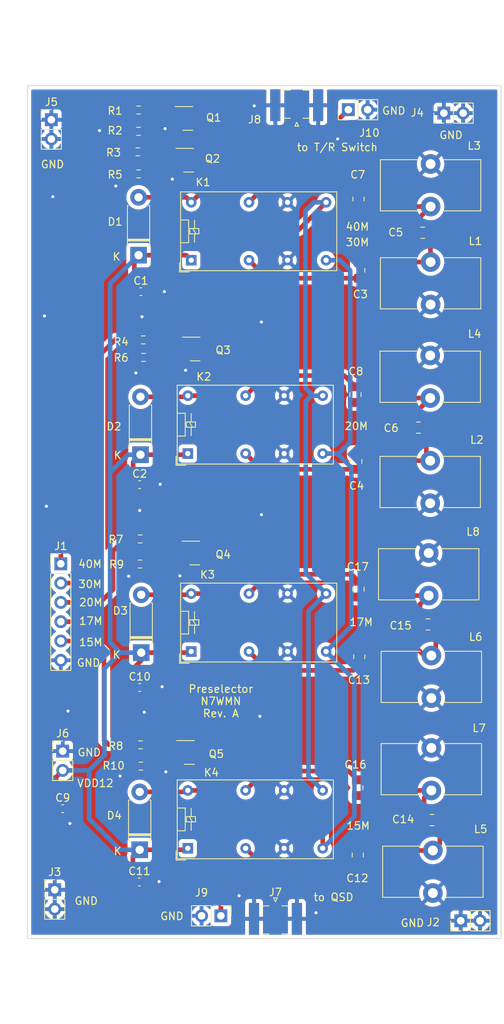
<source format=kicad_pcb>
(kicad_pcb (version 20211014) (generator pcbnew)
  (layers (0 "F.Cu" signal) (31 "B.Cu" signal) (34 "B.Paste" user) (35 "F.Paste" user) (36 "B.SilkS" user "B.Silkscreen") (37 "F.SilkS" user "F.Silkscreen") (38 "B.Mask" user) (39 "F.Mask" user) (44 "Edge.Cuts" user))
  (net 0 "")
  (net 1 "/VDD12")
  (net 2 "GND")
  (net 3 "Net-(C3-Pad1)")
  (net 4 "Net-(C3-Pad2)")
  (net 5 "Net-(C4-Pad1)")
  (net 6 "Net-(C4-Pad2)")
  (net 7 "Net-(C5-Pad1)")
  (net 8 "Net-(C6-Pad1)")
  (net 9 "Net-(C7-Pad1)")
  (net 10 "Net-(C8-Pad1)")
  (net 11 "Net-(C12-Pad1)")
  (net 12 "Net-(C12-Pad2)")
  (net 13 "Net-(C13-Pad1)")
  (net 14 "Net-(C13-Pad2)")
  (net 15 "Net-(C14-Pad1)")
  (net 16 "Net-(C15-Pad1)")
  (net 17 "Net-(C16-Pad1)")
  (net 18 "Net-(C17-Pad1)")
  (net 19 "Net-(D1-Pad2)")
  (net 20 "Net-(D2-Pad2)")
  (net 21 "Net-(D3-Pad2)")
  (net 22 "Net-(D4-Pad2)")
  (net 23 "/40M")
  (net 24 "/30M")
  (net 25 "/20M")
  (net 26 "/17M")
  (net 27 "/15M")
  (net 28 "Net-(J7-Pad1)")
  (net 29 "Net-(J8-Pad1)")
  (net 30 "Net-(Q1-Pad1)")
  (net 31 "Net-(Q2-Pad1)")
  (net 32 "Net-(Q3-Pad1)")
  (net 33 "Net-(Q4-Pad1)")
  (net 34 "Net-(Q5-Pad1)")
  (footprint "Connector_PinHeader_2.54mm:PinHeader_1x02_P2.54mm_Vertical" (layer "F.Cu") (at 87.65 144.125)
    (fp_text reference "J3")
    (fp_text value "Conn_01x02_Male")
  )
  (footprint "Connector_PinHeader_2.54mm:PinHeader_1x02_P2.54mm_Vertical" (layer "F.Cu") (at 109.55 147.55 -90)
    (fp_text reference "J9")
    (fp_text value "Conn_01x02")
  )
  (footprint "Capacitor_SMD:C_0805_2012Metric_Pad1.18x1.45mm_HandSolder" (layer "F.Cu") (at 127.7 53.2 -90)
    (fp_text reference "C7")
    (fp_text value "407pF")
  )
  (footprint "Capacitor_SMD:C_0603_1608Metric_Pad1.08x0.95mm_HandSolder" (layer "F.Cu") (at 99 65.4)
    (fp_text reference "C1")
    (fp_text value "0.1uF")
  )
  (footprint "Inductor_THT:L_Toroid_Vertical_L13.0mm_W6.5mm_P5.60mm" (layer "F.Cu") (at 137.3 113.3)
    (fp_text reference "L6")
    (fp_text value "341nH")
  )
  (footprint "Resistor_SMD:R_0603_1608Metric_Pad0.98x0.95mm_HandSolder" (layer "F.Cu") (at 98.7 49.9 180)
    (fp_text reference "R5")
    (fp_text value "3K")
  )
  (footprint "Capacitor_SMD:C_0805_2012Metric_Pad1.18x1.45mm_HandSolder" (layer "F.Cu") (at 136.15 57.65)
    (fp_text reference "C5")
    (fp_text value "237pF")
  )
  (footprint "Connector_PinHeader_2.54mm:PinHeader_1x02_P2.54mm_Vertical" (layer "F.Cu") (at 141.175 148.2 90)
    (fp_text reference "J2")
    (fp_text value "Conn_01x02_Male")
  )
  (footprint "Resistor_SMD:R_0603_1608Metric_Pad0.98x0.95mm_HandSolder" (layer "F.Cu") (at 98.9 101.25 180)
    (fp_text reference "R9")
    (fp_text value "3K")
  )
  (footprint "Capacitor_SMD:C_0805_2012Metric_Pad1.18x1.45mm_HandSolder" (layer "F.Cu") (at 127.8 113.45 -90)
    (fp_text reference "C13")
    (fp_text value "163pF")
  )
  (footprint "Capacitor_SMD:C_0805_2012Metric_Pad1.18x1.45mm_HandSolder" (layer "F.Cu") (at 127.4 87.75 -90)
    (fp_text reference "C4")
    (fp_text value "204pF")
  )
  (footprint "Package_TO_SOT_SMD:SOT-23" (layer "F.Cu") (at 106.15 72.95)
    (fp_text reference "Q3")
    (fp_text value "MMBT3904")
  )
  (footprint "Inductor_THT:L_Toroid_Vertical_L13.0mm_W6.5mm_P5.60mm" (layer "F.Cu") (at 137.3 131.05 180)
    (fp_text reference "L7")
    (fp_text value "284nH")
  )
  (footprint "Connector_PinHeader_2.54mm:PinHeader_1x02_P2.54mm_Vertical" (layer "F.Cu") (at 88.7 125.875)
    (fp_text reference "J6")
    (fp_text value "Conn_01x02_Male")
  )
  (footprint "Inductor_THT:L_Toroid_Vertical_L13.0mm_W6.5mm_P5.60mm" (layer "F.Cu") (at 137.2 54.2 180)
    (fp_text reference "L3")
    (fp_text value "852nH")
  )
  (footprint "Inductor_THT:L_Toroid_Vertical_L13.0mm_W6.5mm_P5.60mm" (layer "F.Cu") (at 137.15 87.65)
    (fp_text reference "L2")
    (fp_text value "426nH")
  )
  (footprint "Capacitor_SMD:C_0805_2012Metric_Pad1.18x1.45mm_HandSolder" (layer "F.Cu") (at 127.7 104.55 -90)
    (fp_text reference "C17")
    (fp_text value "163pF")
  )
  (footprint "Resistor_SMD:R_0603_1608Metric_Pad0.98x0.95mm_HandSolder" (layer "F.Cu") (at 98.9125 97.95 180)
    (fp_text reference "R7")
    (fp_text value "2K")
  )
  (footprint "Connector_PinHeader_2.54mm:PinHeader_1x02_P2.54mm_Vertical" (layer "F.Cu") (at 87.2 42.775)
    (fp_text reference "J5")
    (fp_text value "Conn_01x02_Male")
  )
  (footprint "Capacitor_SMD:C_0805_2012Metric_Pad1.18x1.45mm_HandSolder" (layer "F.Cu") (at 136.85 109.2)
    (fp_text reference "C15")
    (fp_text value "95pF")
  )
  (footprint "Inductor_THT:L_Toroid_Vertical_L13.0mm_W6.5mm_P5.60mm" (layer "F.Cu") (at 137.5 138.95)
    (fp_text reference "L5")
    (fp_text value "284nH")
  )
  (footprint "Package_TO_SOT_SMD:SOT-23" (layer "F.Cu") (at 105.4 126.05)
    (fp_text reference "Q5")
    (fp_text value "MMBT3904")
  )
  (footprint "Connector_Coaxial:SMA_Samtec_SMA-J-P-X-ST-EM1_EdgeMount" (layer "F.Cu") (at 116.75 147.95)
    (fp_text reference "J7")
    (fp_text value "Conn_Coaxial")
  )
  (footprint "Connector_PinHeader_2.54mm:PinHeader_1x02_P2.54mm_Vertical" (layer "F.Cu") (at 126.36 41.45 90)
    (fp_text reference "J10")
    (fp_text value "Conn_01x02")
  )
  (footprint "Diode_THT:D_DO-41_SOD81_P7.62mm_Horizontal" (layer "F.Cu") (at 98.85 138.86 90)
    (fp_text reference "D4")
    (fp_text value "1N4152")
  )
  (footprint "Relay_THT:Relay_DPDT_Omron_G5V-2" (layer "F.Cu") (at 105.6425 112.7625 90)
    (fp_text reference "K3")
    (fp_text value "G5V-2")
  )
  (footprint "Resistor_SMD:R_0603_1608Metric_Pad0.98x0.95mm_HandSolder" (layer "F.Cu") (at 98.7 44.3 180)
    (fp_text reference "R2")
    (fp_text value "3K")
  )
  (footprint "Inductor_THT:L_Toroid_Vertical_L13.0mm_W6.5mm_P5.60mm" (layer "F.Cu") (at 137.2 61.5)
    (fp_text reference "L1")
    (fp_text value "852nH")
  )
  (footprint "Diode_THT:D_DO-41_SOD81_P7.62mm_Horizontal" (layer "F.Cu") (at 98.7 60.6 90)
    (fp_text reference "D1")
    (fp_text value "1N4152")
  )
  (footprint "Capacitor_SMD:C_0805_2012Metric_Pad1.18x1.45mm_HandSolder" (layer "F.Cu") (at 137.3875 134.95)
    (fp_text reference "C14")
    (fp_text value "79pF")
  )
  (footprint "Capacitor_SMD:C_0603_1608Metric_Pad1.08x0.95mm_HandSolder" (layer "F.Cu") (at 98.8125 143.1)
    (fp_text reference "C11")
    (fp_text value "0.1uF")
  )
  (footprint "Capacitor_SMD:C_0805_2012Metric_Pad1.18x1.45mm_HandSolder" (layer "F.Cu") (at 127.8 62.6 -90)
    (fp_text reference "C3")
    (fp_text value "407pF")
  )
  (footprint "Resistor_SMD:R_0603_1608Metric_Pad0.98x0.95mm_HandSolder" (layer "F.Cu") (at 98.6 47 180)
    (fp_text reference "R3")
    (fp_text value "2K")
  )
  (footprint "Capacitor_SMD:C_0603_1608Metric_Pad1.08x0.95mm_HandSolder" (layer "F.Cu") (at 98.85 117.5)
    (fp_text reference "C10")
    (fp_text value "0.1uF")
  )
  (footprint "Connector_Coaxial:SMA_Samtec_SMA-J-P-X-ST-EM1_EdgeMount" (layer "F.Cu") (at 119.55 40.8625 180)
    (fp_text reference "J8")
    (fp_text value "Conn_Coaxial")
  )
  (footprint "Capacitor_SMD:C_0805_2012Metric_Pad1.18x1.45mm_HandSolder" (layer "F.Cu") (at 135.6 83.3)
    (fp_text reference "C6")
    (fp_text value "118pF")
  )
  (footprint "Connector_PinHeader_2.54mm:PinHeader_1x06_P2.54mm_Vertical" (layer "F.Cu") (at 88.45 101.22)
    (fp_text reference "J1")
    (fp_text value "Conn_01x06_Male")
  )
  (footprint "Diode_THT:D_DO-41_SOD81_P7.62mm_Horizontal" (layer "F.Cu") (at 99.05 112.91 90)
    (fp_text reference "D3")
    (fp_text value "1N4152")
  )
  (footprint "Capacitor_SMD:C_0805_2012Metric_Pad1.18x1.45mm_HandSolder" (layer "F.Cu") (at 127.6 139.55 -90)
    (fp_text reference "C12")
    (fp_text value "136pF")
  )
  (footprint "Inductor_THT:L_Toroid_Vertical_L13.0mm_W6.5mm_P5.60mm" (layer "F.Cu") (at 136.95 105.4 180)
    (fp_text reference "L8")
    (fp_text value "341nH")
  )
  (footprint "Relay_THT:Relay_DPDT_Omron_G5V-2" (layer "F.Cu") (at 105.1925 138.6625 90)
    (fp_text reference "K4")
    (fp_text value "G5V-2")
  )
  (footprint "Capacitor_SMD:C_0603_1608Metric_Pad1.08x0.95mm_HandSolder" (layer "F.Cu") (at 88.7 133.45)
    (fp_text reference "C9")
    (fp_text value "0.1uF")
  )
  (footprint "Package_TO_SOT_SMD:SOT-23" (layer "F.Cu") (at 106.1 99.8)
    (fp_text reference "Q4")
    (fp_text value "MMBT3904")
  )
  (footprint "Relay_THT:Relay_DPDT_Omron_G5V-2" (layer "F.Cu") (at 105.6425 61.2625 90)
    (fp_text reference "K1")
    (fp_text value "G5V-2")
  )
  (footprint "Inductor_THT:L_Toroid_Vertical_L13.0mm_W6.5mm_P5.60mm" (layer "F.Cu") (at 137.15 79.4 180)
    (fp_text reference "L4")
    (fp_text value "426nH")
  )
  (footprint "Connector_PinHeader_2.54mm:PinHeader_1x02_P2.54mm_Vertical" (layer "F.Cu") (at 138.95 41.9 90)
    (fp_text reference "J4")
    (fp_text value "Conn_01x02_Male")
  )
  (footprint "Capacitor_SMD:C_0603_1608Metric_Pad1.08x0.95mm_HandSolder" (layer "F.Cu") (at 98.85 90.8)
    (fp_text reference "C2")
    (fp_text value "0.1uF")
  )
  (footprint "Package_TO_SOT_SMD:SOT-23" (layer "F.Cu") (at 105.2 42.6)
    (fp_text reference "Q1")
    (fp_text value "MMBT3904")
  )
  (footprint "Relay_THT:Relay_DPDT_Omron_G5V-2" (layer "F.Cu") (at 105.1925 86.7125 90)
    (fp_text reference "K2")
    (fp_text value "G5V-2")
  )
  (footprint "Resistor_SMD:R_0603_1608Metric_Pad0.98x0.95mm_HandSolder" (layer "F.Cu") (at 99.35 74.05 180)
    (fp_text reference "R6")
    (fp_text value "3K")
  )
  (footprint "Resistor_SMD:R_0603_1608Metric_Pad0.98x0.95mm_HandSolder" (layer "F.Cu") (at 98.95 125.05 180)
    (fp_text reference "R8")
    (fp_text value "2K")
  )
  (footprint "Resistor_SMD:R_0603_1608Metric_Pad0.98x0.95mm_HandSolder" (layer "F.Cu") (at 98.7 41.5 180)
    (fp_text reference "R1")
    (fp_text value "2K")
  )
  (footprint "Capacitor_SMD:C_0805_2012Metric_Pad1.18x1.45mm_HandSolder" (layer "F.Cu") (at 127.3 78.95 -90)
    (fp_text reference "C8")
    (fp_text value "204pF")
  )
  (footprint "Package_TO_SOT_SMD:SOT-23" (layer "F.Cu") (at 105.3 48.1)
    (fp_text reference "Q2")
    (fp_text value "MMBT3904")
  )
  (footprint "Capacitor_SMD:C_0805_2012Metric_Pad1.18x1.45mm_HandSolder" (layer "F.Cu") (at 127.55 130.6875 -90)
    (fp_text reference "C16")
    (fp_text value "136pF")
  )
  (footprint "Resistor_SMD:R_0603_1608Metric_Pad0.98x0.95mm_HandSolder" (layer "F.Cu") (at 99 127.85 180)
    (fp_text reference "R10")
    (fp_text value "3K")
  )
  (footprint "Diode_THT:D_DO-41_SOD81_P7.62mm_Horizontal" (layer "F.Cu") (at 98.95 86.86 90)
    (fp_text reference "D2")
    (fp_text value "1N4152")
  )
  (footprint "Resistor_SMD:R_0603_1608Metric_Pad0.98x0.95mm_HandSolder" (layer "F.Cu") (at 99.3 71.75 180)
    (fp_text reference "R4")
    (fp_text value "2K")
  )
  (gr_rect (start 84.05 38.3) (end 146.5 150.55) (layer "Edge.Cuts") (width 0.1) (fill none))
  (gr_text "GND" (at 139.9 44.8) (layer "F.SilkS") (effects (font (size 1 1))))
  (gr_text "GND" (at 92.2 126.05) (layer "F.SilkS") (effects (font (size 1 1))))
  (gr_text "30M" (at 92.3 103.9) (layer "F.SilkS") (effects (font (size 1 1))))
  (gr_text "GND" (at 103.1 147.6) (layer "F.SilkS") (effects (font (size 1 1))))
  (gr_text "17M" (at 92.4 108.75) (layer "F.SilkS") (effects (font (size 1 1))))
  (gr_text "GND" (at 92.1 114.25) (layer "F.SilkS") (effects (font (size 1 1))))
  (gr_text "30M" (at 127.55 58.9) (layer "F.SilkS") (effects (font (size 1 1))))
  (gr_text "GND" (at 91.8 145.6) (layer "F.SilkS") (effects (font (size 1 1))))
  (gr_text "GND" (at 87.35 48.65) (layer "F.SilkS") (effects (font (size 1 1))))
  (gr_text "40M" (at 127.55 56.85) (layer "F.SilkS") (effects (font (size 1 1))))
  (gr_text "40M" (at 92.3 101.25) (layer "F.SilkS") (effects (font (size 1 1))))
  (gr_text "15M" (at 92.4 111.55) (layer "F.SilkS") (effects (font (size 1 1))))
  (gr_text "to QSD" (at 124.4 145.1) (layer "F.SilkS") (effects (font (size 1 1))))
  (gr_text "17M" (at 128.05 108.9) (layer "F.SilkS") (effects (font (size 1 1))))
  (gr_text "15M" (at 127.65 135.7) (layer "F.SilkS") (effects (font (size 1 1))))
  (gr_text "VDD12" (at 93 130.1) (layer "F.SilkS") (effects (font (size 1 1))))
  (gr_text "GND" (at 132.35 41.6) (layer "F.SilkS") (effects (font (size 1 1))))
  (gr_text "20M" (at 92.4 106.3) (layer "F.SilkS") (effects (font (size 1 1))))
  (gr_text "GND" (at 134.8 148.5) (layer "F.SilkS") (effects (font (size 1 1))))
  (gr_text "Preselector\nN7WMN\nRev. A" (at 109.55 119.3) (layer "F.SilkS") (effects (font (size 1 1))))
  (gr_text "20M" (at 127.4 83.1) (layer "F.SilkS") (effects (font (size 1 1))))
  (gr_text "to T/R Switch" (at 124.9 46.4) (layer "F.SilkS") (effects (font (size 1 1))))
  (segment (start 98.95 86.86) (end 105.045 86.86) (width 0.6096) (layer "F.Cu") (net 1))
  (segment (start 98.7 60.6) (end 104.98 60.6) (width 0.6096) (layer "F.Cu") (net 1))
  (segment (start 104.98 60.6) (end 105.6425 61.2625) (width 0.6096) (layer "F.Cu") (net 1))
  (segment (start 97.95 143.1) (end 97.95 139.76) (width 0.6096) (layer "F.Cu") (net 1))
  (segment (start 105.495 112.91) (end 105.6425 112.7625) (width 0.6096) (layer "F.Cu") (net 1))
  (segment (start 87.8375 129.2775) (end 88.7 128.415) (width 0.6096) (layer "F.Cu") (net 1))
  (segment (start 97.9875 87.8225) (end 98.95 86.86) (width 0.6096) (layer "F.Cu") (net 1))
  (segment (start 97.9875 90.8) (end 97.9875 87.8225) (width 0.6096) (layer "F.Cu") (net 1))
  (segment (start 99.05 112.91) (end 99.05 113.95) (width 0.6096) (layer "F.Cu") (net 1))
  (segment (start 99.05 112.91) (end 105.495 112.91) (width 0.6096) (layer "F.Cu") (net 1))
  (segment (start 105.045 86.86) (end 105.1925 86.7125) (width 0.6096) (layer "F.Cu") (net 1))
  (segment (start 104.995 138.86) (end 105.1925 138.6625) (width 0.6096) (layer "F.Cu") (net 1))
  (segment (start 98.1375 61.1625) (end 98.7 60.6) (width 0.6096) (layer "F.Cu") (net 1))
  (segment (start 87.8375 133.45) (end 87.8375 129.2775) (width 0.6096) (layer "F.Cu") (net 1))
  (segment (start 97.9875 115.0125) (end 97.9875 117.5) (width 0.6096) (layer "F.Cu") (net 1))
  (segment (start 98.1375 65.4) (end 98.1375 61.1625) (width 0.6096) (layer "F.Cu") (net 1))
  (segment (start 99.05 113.95) (end 97.9875 115.0125) (width 0.6096) (layer "F.Cu") (net 1))
  (segment (start 97.95 139.76) (end 98.85 138.86) (width 0.6096) (layer "F.Cu") (net 1))
  (segment (start 98.85 138.86) (end 104.995 138.86) (width 0.6096) (layer "F.Cu") (net 1))
  (segment (start 96.26 138.86) (end 98.85 138.86) (width 0.6096) (layer "B.Cu") (net 1))
  (segment (start 88.7 128.415) (end 92.185 128.415) (width 0.6096) (layer "B.Cu") (net 1))
  (segment (start 97.29 86.86) (end 98.95 86.86) (width 0.6096) (layer "B.Cu") (net 1))
  (segment (start 94.95 89.2) (end 97.29 86.86) (width 0.6096) (layer "B.Cu") (net 1))
  (segment (start 96.29 112.91) (end 99.05 112.91) (width 0.6096) (layer "B.Cu") (net 1))
  (segment (start 92.185 128.415) (end 92.185 134.785) (width 0.6096) (layer "B.Cu") (net 1))
  (segment (start 94.95 111.57) (end 94.95 89.2) (width 0.6096) (layer "B.Cu") (net 1))
  (segment (start 96.29 112.91) (end 94.95 111.57) (width 0.6096) (layer "B.Cu") (net 1))
  (segment (start 92.185 128.415) (end 94.25 126.35) (width 0.6096) (layer "B.Cu") (net 1))
  (segment (start 94.2 115) (end 96.29 112.91) (width 0.6096) (layer "B.Cu") (net 1))
  (segment (start 94.95 64.35) (end 98.7 60.6) (width 0.6096) (layer "B.Cu") (net 1))
  (segment (start 92.185 134.785) (end 96.26 138.86) (width 0.6096) (layer "B.Cu") (net 1))
  (segment (start 94.2 126.3) (end 94.2 115) (width 0.6096) (layer "B.Cu") (net 1))
  (segment (start 94.25 126.35) (end 94.2 126.3) (width 0.6096) (layer "B.Cu") (net 1))
  (segment (start 94.95 89.2) (end 94.95 64.35) (width 0.6096) (layer "B.Cu") (net 1))
  (via (at 93.55 44.2) (size 0.8) (drill 0.4) (layers "F.Cu" "B.Cu") (net 2))
  (via (at 98.85 94.2) (size 0.8) (drill 0.4) (layers "F.Cu" "B.Cu") (net 2))
  (via (at 101.4 143.05) (size 0.8) (drill 0.4) (layers "F.Cu" "B.Cu") (net 2))
  (via (at 104.15 102.8) (size 0.8) (drill 0.4) (layers "F.Cu" "B.Cu") (net 2))
  (via (at 103.15 50.6) (size 0.8) (drill 0.4) (layers "F.Cu" "B.Cu") (net 2))
  (via (at 122.1 147.15) (size 0.8) (drill 0.4) (layers "F.Cu" "B.Cu") (net 2))
  (via (at 97.4 102.85) (size 0.8) (drill 0.4) (layers "F.Cu" "B.Cu") (net 2))
  (via (at 104.9 75.75) (size 0.8) (drill 0.4) (layers "F.Cu" "B.Cu") (net 2))
  (via (at 114.9 69.4) (size 0.8) (drill 0.4) (layers "F.Cu" "B.Cu") (net 2))
  (via (at 114.7 121.3) (size 0.8) (drill 0.4) (layers "F.Cu" "B.Cu") (net 2))
  (via (at 101.8 117.4) (size 0.8) (drill 0.4) (layers "F.Cu" "B.Cu") (net 2))
  (via (at 86.55 93.65) (size 0.8) (drill 0.4) (layers "F.Cu" "B.Cu") (net 2))
  (via (at 89.65 135.4) (size 0.8) (drill 0.4) (layers "F.Cu" "B.Cu") (net 2))
  (via (at 101.55 90.75) (size 0.8) (drill 0.4) (layers "F.Cu" "B.Cu") (net 2))
  (via (at 124.95 45.3) (size 0.8) (drill 0.4) (layers "F.Cu" "B.Cu") (net 2))
  (via (at 89.4 120.6) (size 0.8) (drill 0.4) (layers "F.Cu" "B.Cu") (net 2))
  (via (at 114.9 94.75) (size 0.8) (drill 0.4) (layers "F.Cu" "B.Cu") (net 2))
  (via (at 99.15 68.7) (size 0.8) (drill 0.4) (layers "F.Cu" "B.Cu") (net 2))
  (via (at 98.35 76.1) (size 0.8) (drill 0.4) (layers "F.Cu" "B.Cu") (net 2))
  (via (at 96.25 129.15) (size 0.8) (drill 0.4) (layers "F.Cu" "B.Cu") (net 2))
  (via (at 102.299999 128.599997) (size 0.8) (drill 0.4) (layers "F.Cu" "B.Cu") (net 2))
  (via (at 95.7 51.5) (size 0.8) (drill 0.4) (layers "F.Cu" "B.Cu") (net 2))
  (via (at 113.95 40.95) (size 0.8) (drill 0.4) (layers "F.Cu" "B.Cu") (net 2))
  (via (at 102.2 43.95) (size 0.8) (drill 0.4) (layers "F.Cu" "B.Cu") (net 2))
  (via (at 102.1 65.4) (size 0.8) (drill 0.4) (layers "F.Cu" "B.Cu") (net 2))
  (via (at 87.4 52.9) (size 0.8) (drill 0.4) (layers "F.Cu" "B.Cu") (net 2))
  (via (at 86.3 68.6) (size 0.8) (drill 0.4) (layers "F.Cu" "B.Cu") (net 2))
  (via (at 99.45 120.75) (size 0.8) (drill 0.4) (layers "F.Cu" "B.Cu") (net 2))
  (via (at 111.95 144.9) (size 0.8) (drill 0.4) (layers "F.Cu" "B.Cu") (net 2))
  (segment (start 127.8625 61.5) (end 137.2 61.5) (width 0.6096) (layer "F.Cu") (net 3))
  (segment (start 127.8 61.5625) (end 127.8625 61.5) (width 0.6096) (layer "F.Cu") (net 3))
  (segment (start 137.1875 61.4875) (end 137.2 61.5) (width 0.6096) (layer "F.Cu") (net 3))
  (segment (start 137.1875 57.65) (end 137.1875 61.4875) (width 0.6096) (layer "F.Cu") (net 3))
  (segment (start 113.2625 61.2625) (end 115.6375 63.6375) (width 0.6096) (layer "F.Cu") (net 4))
  (segment (start 115.6375 63.6375) (end 127.8 63.6375) (width 0.6096) (layer "F.Cu") (net 4))
  (segment (start 135.2 87.65) (end 137.15 87.65) (width 0.6096) (layer "F.Cu") (net 5))
  (segment (start 134.25 86.7) (end 135.2 87.65) (width 0.6096) (layer "F.Cu") (net 5))
  (segment (start 127.4 86.7125) (end 127.4125 86.7) (width 0.6096) (layer "F.Cu") (net 5))
  (segment (start 136.6375 83.3) (end 136.6375 87.1375) (width 0.6096) (layer "F.Cu") (net 5))
  (segment (start 127.4125 86.7) (end 134.25 86.7) (width 0.6096) (layer "F.Cu") (net 5))
  (segment (start 136.6375 87.1375) (end 137.15 87.65) (width 0.6096) (layer "F.Cu") (net 5))
  (segment (start 112.8125 86.7125) (end 114.8875 88.7875) (width 0.6096) (layer "F.Cu") (net 6))
  (segment (start 114.8875 88.7875) (end 127.4 88.7875) (width 0.6096) (layer "F.Cu") (net 6))
  (segment (start 127.7375 54.2) (end 137.2 54.2) (width 0.6096) (layer "F.Cu") (net 7))
  (segment (start 127.7 54.2375) (end 127.7375 54.2) (width 0.6096) (layer "F.Cu") (net 7))
  (segment (start 135.1125 57.65) (end 135.1125 56.2875) (width 0.6096) (layer "F.Cu") (net 7))
  (segment (start 135.1125 56.2875) (end 137.2 54.2) (width 0.6096) (layer "F.Cu") (net 7))
  (segment (start 133.65 79.4) (end 137.15 79.4) (width 0.6096) (layer "F.Cu") (net 8))
  (segment (start 127.3 79.9875) (end 133.0625 79.9875) (width 0.6096) (layer "F.Cu") (net 8))
  (segment (start 134.5625 81.9875) (end 137.15 79.4) (width 0.6096) (layer "F.Cu") (net 8))
  (segment (start 134.5625 83.3) (end 134.5625 81.9875) (width 0.6096) (layer "F.Cu") (net 8))
  (segment (start 133.0625 79.9875) (end 133.65 79.4) (width 0.6096) (layer "F.Cu") (net 8))
  (segment (start 126.6375 51.1) (end 127.7 52.1625) (width 0.6096) (layer "F.Cu") (net 9))
  (segment (start 113.2625 53.6425) (end 115.805 51.1) (width 0.6096) (layer "F.Cu") (net 9))
  (segment (start 115.805 51.1) (end 126.6375 51.1) (width 0.6096) (layer "F.Cu") (net 9))
  (segment (start 112.8125 79.0925) (end 115.455 76.45) (width 0.6096) (layer "F.Cu") (net 10))
  (segment (start 125.8375 76.45) (end 127.3 77.9125) (width 0.6096) (layer "F.Cu") (net 10))
  (segment (start 115.455 76.45) (end 125.8375 76.45) (width 0.6096) (layer "F.Cu") (net 10))
  (segment (start 128.0375 138.95) (end 137.5 138.95) (width 0.6096) (layer "F.Cu") (net 11))
  (segment (start 138.425 138.025) (end 137.5 138.95) (width 0.6096) (layer "F.Cu") (net 11))
  (segment (start 138.425 134.95) (end 138.425 138.025) (width 0.6096) (layer "F.Cu") (net 11))
  (segment (start 127.6 138.5125) (end 128.0375 138.95) (width 0.6096) (layer "F.Cu") (net 11))
  (segment (start 114.7375 140.5875) (end 127.6 140.5875) (width 0.6096) (layer "F.Cu") (net 12))
  (segment (start 112.8125 138.6625) (end 114.7375 140.5875) (width 0.6096) (layer "F.Cu") (net 12))
  (segment (start 137.8875 109.2) (end 137.8875 112.7125) (width 0.6096) (layer "F.Cu") (net 13))
  (segment (start 127.8 112.4125) (end 135.4625 112.4125) (width 0.6096) (layer "F.Cu") (net 13))
  (segment (start 135.4625 112.4125) (end 136.35 113.3) (width 0.6096) (layer "F.Cu") (net 13))
  (segment (start 137.8875 112.7125) (end 137.3 113.3) (width 0.6096) (layer "F.Cu") (net 13))
  (segment (start 136.35 113.3) (end 137.3 113.3) (width 0.6096) (layer "F.Cu") (net 13))
  (segment (start 113.2625 112.7625) (end 115.75 115.25) (width 0.6096) (layer "F.Cu") (net 14))
  (segment (start 127.0375 115.25) (end 127.8 114.4875) (width 0.6096) (layer "F.Cu") (net 14))
  (segment (start 115.75 115.25) (end 127.0375 115.25) (width 0.6096) (layer "F.Cu") (net 14))
  (segment (start 136.35 134.95) (end 136.35 132) (width 0.6096) (layer "F.Cu") (net 15))
  (segment (start 135.5 131.05) (end 137.3 131.05) (width 0.6096) (layer "F.Cu") (net 15))
  (segment (start 127.55 131.725) (end 134.825 131.725) (width 0.6096) (layer "F.Cu") (net 15))
  (segment (start 134.825 131.725) (end 135.5 131.05) (width 0.6096) (layer "F.Cu") (net 15))
  (segment (start 136.35 132) (end 137.3 131.05) (width 0.6096) (layer "F.Cu") (net 15))
  (segment (start 135.8125 109.2) (end 135.8125 106.5375) (width 0.6096) (layer "F.Cu") (net 16))
  (segment (start 127.8875 105.4) (end 136.95 105.4) (width 0.6096) (layer "F.Cu") (net 16))
  (segment (start 135.8125 106.5375) (end 136.95 105.4) (width 0.6096) (layer "F.Cu") (net 16))
  (segment (start 127.7 105.5875) (end 127.8875 105.4) (width 0.6096) (layer "F.Cu") (net 16))
  (segment (start 115.355 128.5) (end 126.4 128.5) (width 0.6096) (layer "F.Cu") (net 17))
  (segment (start 126.4 128.5) (end 127.55 129.65) (width 0.6096) (layer "F.Cu") (net 17))
  (segment (start 112.8125 131.0425) (end 115.355 128.5) (width 0.6096) (layer "F.Cu") (net 17))
  (segment (start 115.805 102.6) (end 126.7875 102.6) (width 0.6096) (layer "F.Cu") (net 18))
  (segment (start 113.2625 105.1425) (end 115.805 102.6) (width 0.6096) (layer "F.Cu") (net 18))
  (segment (start 126.7875 102.6) (end 127.7 103.5125) (width 0.6096) (layer "F.Cu") (net 18))
  (segment (start 109.75 43.8) (end 109.75 47.2) (width 0.6096) (layer "F.Cu") (net 19))
  (segment (start 98.7 52.98) (end 104.98 52.98) (width 0.6096) (layer "F.Cu") (net 19))
  (segment (start 107.7 48.35) (end 107.95 48.1) (width 0.6096) (layer "F.Cu") (net 19))
  (segment (start 105.6425 53.6425) (end 107.7 51.585) (width 0.6096) (layer "F.Cu") (net 19))
  (segment (start 104.98 52.98) (end 105.6425 53.6425) (width 0.6096) (layer "F.Cu") (net 19))
  (segment (start 106.1375 42.6) (end 108.55 42.6) (width 0.6096) (layer "F.Cu") (net 19))
  (segment (start 109.75 47.2) (end 108.85 48.1) (width 0.6096) (layer "F.Cu") (net 19))
  (segment (start 108.55 42.6) (end 109.75 43.8) (width 0.6096) (layer "F.Cu") (net 19))
  (segment (start 107.7 51.585) (end 107.7 48.35) (width 0.6096) (layer "F.Cu") (net 19))
  (segment (start 108.85 48.1) (end 107.95 48.1) (width 0.6096) (layer "F.Cu") (net 19))
  (segment (start 107.95 48.1) (end 106.2375 48.1) (width 0.6096) (layer "F.Cu") (net 19))
  (segment (start 98.95 79.24) (end 105.045 79.24) (width 0.6096) (layer "F.Cu") (net 20))
  (segment (start 107.0875 72.95) (end 108.35 72.95) (width 0.6096) (layer "F.Cu") (net 20))
  (segment (start 107.3075 79.0925) (end 105.1925 79.0925) (width 0.6096) (layer "F.Cu") (net 20))
  (segment (start 108.35 72.95) (end 109.2 73.8) (width 0.6096) (layer "F.Cu") (net 20))
  (segment (start 109.2 77.2) (end 107.3075 79.0925) (width 0.6096) (layer "F.Cu") (net 20))
  (segment (start 109.2 73.8) (end 109.2 77.2) (width 0.6096) (layer "F.Cu") (net 20))
  (segment (start 105.045 79.24) (end 105.1925 79.0925) (width 0.6096) (layer "F.Cu") (net 20))
  (segment (start 107.65 105.15) (end 107.6425 105.1425) (width 0.6096) (layer "F.Cu") (net 21))
  (segment (start 108.15 99.8) (end 109.25 100.9) (width 0.6096) (layer "F.Cu") (net 21))
  (segment (start 105.495 105.29) (end 105.6425 105.1425) (width 0.6096) (layer "F.Cu") (net 21))
  (segment (start 107.6425 105.1425) (end 105.6425 105.1425) (width 0.6096) (layer "F.Cu") (net 21))
  (segment (start 107.0375 99.8) (end 108.15 99.8) (width 0.6096) (layer "F.Cu") (net 21))
  (segment (start 109.25 103.55) (end 107.65 105.15) (width 0.6096) (layer "F.Cu") (net 21))
  (segment (start 109.25 100.9) (end 109.25 103.55) (width 0.6096) (layer "F.Cu") (net 21))
  (segment (start 99.05 105.29) (end 105.495 105.29) (width 0.6096) (layer "F.Cu") (net 21))
  (segment (start 107.2075 131.0425) (end 105.1925 131.0425) (width 0.6096) (layer "F.Cu") (net 22))
  (segment (start 106.3375 126.05) (end 107.55 126.05) (width 0.6096) (layer "F.Cu") (net 22))
  (segment (start 104.995 131.24) (end 105.1925 131.0425) (width 0.6096) (layer "F.Cu") (net 22))
  (segment (start 108.7 127.2) (end 108.7 129.55) (width 0.6096) (layer "F.Cu") (net 22))
  (segment (start 108.7 129.55) (end 107.2075 131.0425) (width 0.6096) (layer "F.Cu") (net 22))
  (segment (start 98.85 131.24) (end 104.995 131.24) (width 0.6096) (layer "F.Cu") (net 22))
  (segment (start 107.55 126.05) (end 108.7 127.2) (width 0.6096) (layer "F.Cu") (net 22))
  (segment (start 90.2 43.6) (end 92.3 41.5) (width 0.6096) (layer "F.Cu") (net 23))
  (segment (start 88.45 101.22) (end 88.45 60.25) (width 0.6096) (layer "F.Cu") (net 23))
  (segment (start 90.35 58.35) (end 90.35 43.75) (width 0.6096) (layer "F.Cu") (net 23))
  (segment (start 90.35 43.75) (end 90.2 43.6) (width 0.6096) (layer "F.Cu") (net 23))
  (segment (start 88.45 60.25) (end 90.35 58.35) (width 0.6096) (layer "F.Cu") (net 23))
  (segment (start 92.3 41.5) (end 97.7875 41.5) (width 0.6096) (layer "F.Cu") (net 23))
  (segment (start 93.35 47) (end 97.6875 47) (width 0.6096) (layer "F.Cu") (net 24))
  (segment (start 91.7 102.15) (end 91.7 48.65) (width 0.6096) (layer "F.Cu") (net 24))
  (segment (start 91.7 48.65) (end 93.35 47) (width 0.6096) (layer "F.Cu") (net 24))
  (segment (start 90.09 103.76) (end 91.7 102.15) (width 0.6096) (layer "F.Cu") (net 24))
  (segment (start 88.45 103.76) (end 90.09 103.76) (width 0.6096) (layer "F.Cu") (net 24))
  (segment (start 95.7 71.65) (end 98.2875 71.65) (width 0.6096) (layer "F.Cu") (net 25))
  (segment (start 98.2875 71.65) (end 98.3875 71.75) (width 0.6096) (layer "F.Cu") (net 25))
  (segment (start 93.5 73.85) (end 95.7 71.65) (width 0.6096) (layer "F.Cu") (net 25))
  (segment (start 90.2 106.3) (end 93.5 103) (width 0.6096) (layer "F.Cu") (net 25))
  (segment (start 88.45 106.3) (end 90.2 106.3) (width 0.6096) (layer "F.Cu") (net 25))
  (segment (start 93.5 103) (end 93.5 73.85) (width 0.6096) (layer "F.Cu") (net 25))
  (segment (start 88.45 108.84) (end 91.11 108.84) (width 0.6096) (layer "F.Cu") (net 26))
  (segment (start 96.9 97.95) (end 98 97.95) (width 0.6096) (layer "F.Cu") (net 26))
  (segment (start 91.11 108.84) (end 95.35 104.6) (width 0.6096) (layer "F.Cu") (net 26))
  (segment (start 95.35 99.5) (end 96.9 97.95) (width 0.6096) (layer "F.Cu") (net 26))
  (segment (start 95.35 104.6) (end 95.35 99.5) (width 0.6096) (layer "F.Cu") (net 26))
  (segment (start 92.63 111.38) (end 94.15 112.9) (width 0.6096) (layer "F.Cu") (net 27))
  (segment (start 94.15 124.4) (end 94.8 125.05) (width 0.6096) (layer "F.Cu") (net 27))
  (segment (start 94.8 125.05) (end 98.0375 125.05) (width 0.6096) (layer "F.Cu") (net 27))
  (segment (start 88.45 111.38) (end 92.63 111.38) (width 0.6096) (layer "F.Cu") (net 27))
  (segment (start 94.15 112.9) (end 94.15 124.4) (width 0.6096) (layer "F.Cu") (net 27))
  (segment (start 109.4 137.9) (end 109.4 140.25) (width 0.6096) (layer "F.Cu") (net 28))
  (segment (start 111.3 142.15) (end 112.35 143.2) (width 0.6096) (layer "F.Cu") (net 28))
  (segment (start 121.65 135.5) (end 111.8 135.5) (width 0.6096) (layer "F.Cu") (net 28))
  (segment (start 109.4 140.25) (end 110.675 141.525) (width 0.6096) (layer "F.Cu") (net 28))
  (segment (start 110.675 141.525) (end 111.3 142.15) (width 0.6096) (layer "F.Cu") (net 28))
  (segment (start 122.9725 136.8225) (end 121.65 135.5) (width 0.6096) (layer "F.Cu") (net 28))
  (segment (start 115.2 143.2) (end 116.75 144.75) (width 0.6096) (layer "F.Cu") (net 28))
  (segment (start 112.35 143.2) (end 115.2 143.2) (width 0.6096) (layer "F.Cu") (net 28))
  (segment (start 109.55 147.55) (end 109.55 143.9) (width 0.6096) (layer "F.Cu") (net 28))
  (segment (start 116.75 144.75) (end 116.75 148.15) (width 0.6096) (layer "F.Cu") (net 28))
  (segment (start 122.9725 138.6625) (end 122.9725 136.8225) (width 0.6096) (layer "F.Cu") (net 28))
  (segment (start 109.55 143.9) (end 111.3 142.15) (width 0.6096) (layer "F.Cu") (net 28))
  (segment (start 111.8 135.5) (end 109.4 137.9) (width 0.6096) (layer "F.Cu") (net 28))
  (segment (start 125 86.8) (end 126.75 88.55) (width 0.6096) (layer "B.Cu") (net 28))
  (segment (start 127.15 116.49) (end 127.15 134.485) (width 0.6096) (layer "B.Cu") (net 28))
  (segment (start 126.75 109.435) (end 123.4225 112.7625) (width 0.6096) (layer "B.Cu") (net 28))
  (segment (start 125 86.8) (end 124.9125 86.7125) (width 0.6096) (layer "B.Cu") (net 28))
  (segment (start 126.75 88.55) (end 126.75 109.435) (width 0.6096) (layer "B.Cu") (net 28))
  (segment (start 123.4225 61.2625) (end 125.2625 61.2625) (width 0.6096) (layer "B.Cu") (net 28))
  (segment (start 126.6 62.6) (end 126.6 85.2) (width 0.6096) (layer "B.Cu") (net 28))
  (segment (start 126.6 85.2) (end 125 86.8) (width 0.6096) (layer "B.Cu") (net 28))
  (segment (start 124.9125 86.7125) (end 122.9725 86.7125) (width 0.6096) (layer "B.Cu") (net 28))
  (segment (start 123.4225 112.7625) (end 127.15 116.49) (width 0.6096) (layer "B.Cu") (net 28))
  (segment (start 125.2625 61.2625) (end 126.6 62.6) (width 0.6096) (layer "B.Cu") (net 28))
  (segment (start 127.15 134.485) (end 122.9725 138.6625) (width 0.6096) (layer "B.Cu") (net 28))
  (segment (start 118.925 44.675) (end 119.55 44.05) (width 0.6096) (layer "F.Cu") (net 29))
  (segment (start 119.765 57.3) (end 112.65 57.3) (width 0.6096) (layer "F.Cu") (net 29))
  (segment (start 126.36 41.45) (end 123.135 44.675) (width 0.6096) (layer "F.Cu") (net 29))
  (segment (start 119.55 44.05) (end 119.55 40.6625) (width 0.6096) (layer "F.Cu") (net 29))
  (segment (start 123.4225 53.6425) (end 119.765 57.3) (width 0.6096) (layer "F.Cu") (net 29))
  (segment (start 115.9 45.6) (end 118 45.6) (width 0.6096) (layer "F.Cu") (net 29))
  (segment (start 123.135 44.675) (end 118.925 44.675) (width 0.6096) (layer "F.Cu") (net 29))
  (segment (start 118 45.6) (end 118.925 44.675) (width 0.6096) (layer "F.Cu") (net 29))
  (segment (start 112.65 57.3) (end 110 54.65) (width 0.6096) (layer "F.Cu") (net 29))
  (segment (start 110 51.5) (end 115.9 45.6) (width 0.6096) (layer "F.Cu") (net 29))
  (segment (start 110 54.65) (end 110 51.5) (width 0.6096) (layer "F.Cu") (net 29))
  (segment (start 122.9725 79.0925) (end 121.5075 79.0925) (width 0.6096) (layer "B.Cu") (net 29))
  (segment (start 121.6925 79.0925) (end 122.9725 79.0925) (width 0.6096) (layer "B.Cu") (net 29))
  (segment (start 121.5075 79.0925) (end 120.75 79.85) (width 0.6096) (layer "B.Cu") (net 29))
  (segment (start 120.7 78.1) (end 121.6925 79.0925) (width 0.6096) (layer "B.Cu") (net 29))
  (segment (start 123.4225 53.6425) (end 121.8075 53.6425) (width 0.6096) (layer "B.Cu") (net 29))
  (segment (start 121.1 107.465) (end 121.1 129.17) (width 0.6096) (layer "B.Cu") (net 29))
  (segment (start 120.7 54.75) (end 120.7 78.1) (width 0.6096) (layer "B.Cu") (net 29))
  (segment (start 121.8075 53.6425) (end 120.7 54.75) (width 0.6096) (layer "B.Cu") (net 29))
  (segment (start 120.75 102.47) (end 123.4225 105.1425) (width 0.6096) (layer "B.Cu") (net 29))
  (segment (start 120.75 79.85) (end 120.75 102.47) (width 0.6096) (layer "B.Cu") (net 29))
  (segment (start 123.4225 105.1425) (end 121.1 107.465) (width 0.6096) (layer "B.Cu") (net 29))
  (segment (start 121.1 129.17) (end 122.9725 131.0425) (width 0.6096) (layer "B.Cu") (net 29))
  (segment (start 99.6125 41.5) (end 104.1125 41.5) (width 0.6096) (layer "F.Cu") (net 30))
  (segment (start 104.1125 41.5) (end 104.2625 41.65) (width 0.6096) (layer "F.Cu") (net 30))
  (segment (start 99.6125 41.5) (end 99.6125 44.3) (width 0.6096) (layer "F.Cu") (net 30))
  (segment (start 99.5125 47) (end 104.2125 47) (width 0.6096) (layer "F.Cu") (net 31))
  (segment (start 99.5125 47) (end 99.5125 49.8) (width 0.6096) (layer "F.Cu") (net 31))
  (segment (start 104.2125 47) (end 104.3625 47.15) (width 0.6096) (layer "F.Cu") (net 31))
  (segment (start 99.5125 49.8) (end 99.6125 49.9) (width 0.6096) (layer "F.Cu") (net 31))
  (segment (start 100.2125 71.75) (end 100.2125 74) (width 0.6096) (layer "F.Cu") (net 32))
  (segment (start 104.9625 71.75) (end 105.2125 72) (width 0.6096) (layer "F.Cu") (net 32))
  (segment (start 100.2125 71.75) (end 104.9625 71.75) (width 0.6096) (layer "F.Cu") (net 32))
  (segment (start 100.2125 74) (end 100.2625 74.05) (width 0.6096) (layer "F.Cu") (net 32))
  (segment (start 99.825 97.95) (end 101.5 97.95) (width 0.6096) (layer "F.Cu") (net 33))
  (segment (start 101.5 97.95) (end 102.4 98.85) (width 0.6096) (layer "F.Cu") (net 33))
  (segment (start 99.825 101.2375) (end 99.8125 101.25) (width 0.6096) (layer "F.Cu") (net 33))
  (segment (start 102.4 98.85) (end 105.1625 98.85) (width 0.6096) (layer "F.Cu") (net 33))
  (segment (start 99.825 97.95) (end 99.825 101.2375) (width 0.6096) (layer "F.Cu") (net 33))
  (segment (start 99.8625 127.8) (end 99.9125 127.85) (width 0.6096) (layer "F.Cu") (net 34))
  (segment (start 99.8625 125.05) (end 104.4125 125.05) (width 0.6096) (layer "F.Cu") (net 34))
  (segment (start 99.8625 125.05) (end 99.8625 127.8) (width 0.6096) (layer "F.Cu") (net 34))
  (segment (start 104.4125 125.05) (end 104.4625 125.1) (width 0.6096) (layer "F.Cu") (net 34))
  (zone (net 2) (net_name "GND") (layers F&B.Cu) (connect_pads (clearance 0.508)) (min_thickness 0.254) (fill yes (thermal_gap 0.508) (thermal_bridge_width 0.508))
    (polygon (pts (xy 146.5 150.55) (xy 84.05 150.55) (xy 84.05 38.3) (xy 146.5 38.3)))
  )
)
</source>
